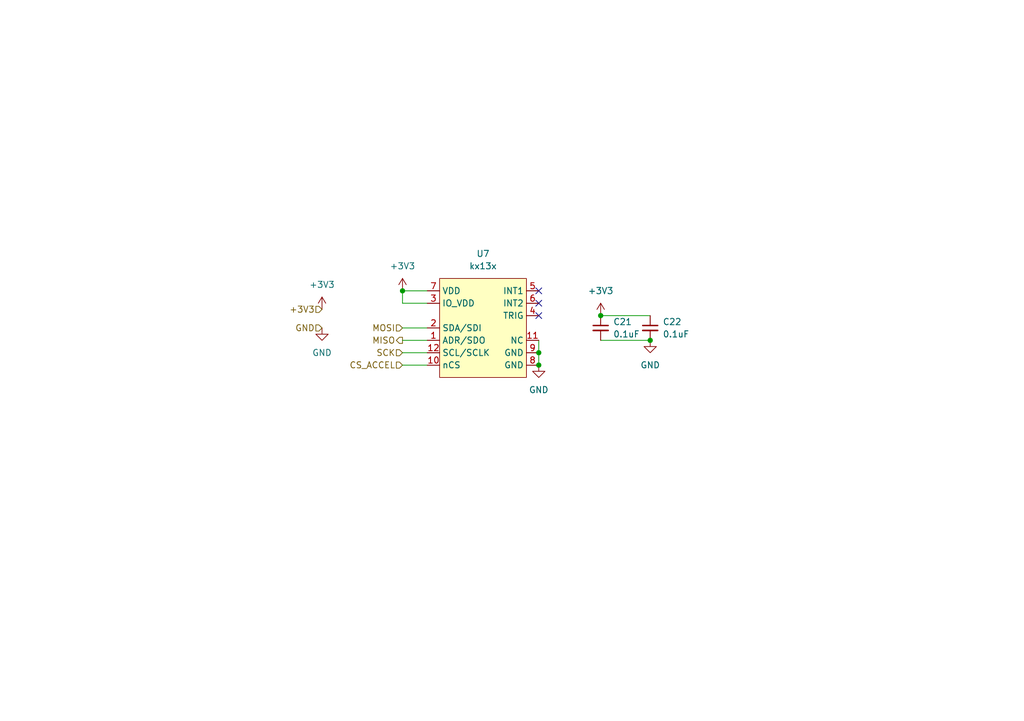
<source format=kicad_sch>
(kicad_sch (version 20250114) (generator "eeschema") (generator_version "9.0")
  (paper "A5")
  (title_block (title "Accelerometer") (company "UCSC Rocket Team") (comment 1 "Jiaying"))
  (lib_symbols
    (symbol "Avionics_Symbols:kx13x"
      (property "Reference" "U" (at -8.128 10.16 0))
      (property "Value" "kx13x_breakout" (at 5.588 10.16 0))
      (symbol "kx13x_0_0"
        (pin power_in line (at -11.43 6.35 0) (length 2.54) (name "VDD") (number "7"))
        (pin bidirectional line (at -11.43 -1.27 0) (length 2.54) (name "SDA/SDI") (number "2"))
        (pin bidirectional line (at -11.43 -3.81 0) (length 2.54) (name "ADR/SDO") (number "1"))
        (pin input line (at -11.43 -6.35 0) (length 2.54) (name "SCL/SCLK") (number "12"))
        (pin input line (at -11.43 -8.89 0) (length 2.54) (name "nCS") (number "10"))
        (pin bidirectional line (at 11.43 6.35 180) (length 2.54) (name "INT1") (number "5"))
        (pin bidirectional line (at 11.43 3.81 180) (length 2.54) (name "INT2") (number "6"))
        (pin input line (at 11.43 1.27 180) (length 2.54) (name "TRIG") (number "4"))
        (pin power_in line (at 11.43 -6.35 180) (length 2.54) (name "GND") (number "9"))
        (pin power_in line (at 11.43 -8.89 180) (length 2.54) (name "GND") (number "8"))
      )
      (symbol "kx13x_0_1"
        (rectangle (start -8.89 8.89) (end 8.89 -11.43) (fill (type background)))
      )
      (symbol "kx13x_1_0"
        (pin power_in line (at -11.43 3.81 0) (length 2.54) (name "IO_VDD") (number "3"))
        (pin unspecified line (at 11.43 -3.81 180) (length 2.54) (name "NC") (number "11"))
      )
    )
    (symbol "Device:C_Small" (pin_numbers (hide yes)) (pin_names (offset 0.254) (hide yes))
      (property "Reference" "C" (at 0.254 1.778 0))
      (property "Value" "C_Small" (at 0.254 -2.032 0))
      (symbol "C_Small_0_1"
        (polyline (pts (xy -1.524 0.508) (xy 1.524 0.508)) (stroke (width 0.3048)))
        (polyline (pts (xy -1.524 -0.508) (xy 1.524 -0.508)) (stroke (width 0.3302)))
      )
      (symbol "C_Small_1_1"
        (pin passive line (at 0 2.54 270) (length 2.032) (name "~") (number "1"))
        (pin passive line (at 0 -2.54 90) (length 2.032) (name "~") (number "2"))
      )
    )
    (symbol "power:+3V3" (power) (pin_numbers (hide yes)) (pin_names (offset 0) (hide yes))
      (property "Value" "+3V3" (at 0 3.556 0))
      (symbol "+3V3_0_1"
        (polyline (pts (xy -0.762 1.27) (xy 0 2.54)))
        (polyline (pts (xy 0 2.54) (xy 0.762 1.27)))
        (polyline (pts (xy 0 0) (xy 0 2.54)))
      )
      (symbol "+3V3_1_1"
        (pin power_in line (at 0 0 90) (length 0) (name "~") (number "1"))
      )
    )
    (symbol "power:GND" (power) (pin_numbers (hide yes)) (pin_names (offset 0) (hide yes))
      (property "Value" "GND" (at 0 -3.81 0))
      (symbol "GND_0_1"
        (polyline (pts (xy 0 0) (xy 0 -1.27) (xy 1.27 -1.27) (xy 0 -2.54) (xy -1.27 -1.27) (xy 0 -1.27)))
      )
      (symbol "GND_1_1"
        (pin power_in line (at 0 0 270) (length 0) (name "~") (number "1"))
      )
    )
  )
  (junction (at 82.55 59.69))
  (junction (at 133.35 69.85))
  (junction (at 110.49 74.93))
  (junction (at 110.49 72.39))
  (junction (at 123.19 64.77))
  (no_connect (at 110.49 59.69))
  (no_connect (at 110.49 64.77))
  (no_connect (at 110.49 62.23))
  (wire (pts (xy 82.55 74.93) (xy 87.63 74.93)))
  (wire (pts (xy 110.49 72.39) (xy 110.49 74.93)))
  (wire (pts (xy 133.35 69.85) (xy 123.19 69.85)))
  (wire (pts (xy 82.55 59.69) (xy 87.63 59.69)))
  (wire (pts (xy 110.49 69.85) (xy 110.49 72.39)))
  (wire (pts (xy 82.55 69.85) (xy 87.63 69.85)))
  (wire (pts (xy 82.55 67.31) (xy 87.63 67.31)))
  (wire (pts (xy 123.19 64.77) (xy 133.35 64.77)))
  (wire (pts (xy 82.55 72.39) (xy 87.63 72.39)))
  (wire (pts (xy 87.63 62.23) (xy 82.55 62.23)))
  (wire (pts (xy 82.55 62.23) (xy 82.55 59.69)))
  (hierarchical_label "MOSI" (shape input) (at 82.55 67.31 180))
  (hierarchical_label "SCK" (shape input) (at 82.55 72.39 180))
  (hierarchical_label "CS_ACCEL" (shape input) (at 82.55 74.93 180))
  (hierarchical_label "MISO" (shape output) (at 82.55 69.85 180))
  (hierarchical_label "GND" (shape input) (at 66.04 67.31 180))
  (hierarchical_label "+3V3" (shape input) (at 66.04 63.5 180))
  (symbol (lib_id "power:GND") (at 133.35 69.85 0) (unit 1)
    (property "Reference" "#PWR079" (effects (hide yes)))
    (property "Value" "GND" (at 133.35 74.93 0))
    (property "Description" "Power symbol creates a global label with name \"GND\" , ground" (effects (hide yes)))
  )
  (symbol (lib_id "power:+3V3") (at 123.19 64.77 0) (unit 1)
    (property "Reference" "#PWR077" (effects (hide yes)))
    (property "Value" "+3V3" (at 123.19 59.69 0))
    (property "Description" "Power symbol creates a global label with name \"+3V3\"" (effects (hide yes)))
  )
  (symbol (lib_id "Device:C_Small") (at 123.19 67.31 0) (unit 1)
    (property "Reference" "C21" (at 125.73 66.0462 0) (effects (justify left)))
    (property "Value" "0.1uF" (at 125.73 68.5862 0) (effects (justify left)))
    (property "Description" "Unpolarized capacitor, small symbol" (effects (hide yes)))
  )
  (symbol (lib_id "power:+3V3") (at 82.55 59.69 0) (unit 1)
    (property "Reference" "#PWR075" (effects (hide yes)))
    (property "Value" "+3V3" (at 82.55 54.61 0))
    (property "Description" "Power symbol creates a global label with name \"+3V3\"" (effects (hide yes)))
  )
  (symbol (lib_id "Device:C_Small") (at 133.35 67.31 0) (unit 1)
    (property "Reference" "C22" (at 135.89 66.0462 0) (effects (justify left)))
    (property "Value" "0.1uF" (at 135.89 68.5862 0) (effects (justify left)))
    (property "Description" "Unpolarized capacitor, small symbol" (effects (hide yes)))
  )
  (symbol (lib_id "power:GND") (at 66.04 67.31 0) (unit 1)
    (property "Reference" "#PWR078" (effects (hide yes)))
    (property "Value" "GND" (at 66.04 72.39 0))
    (property "Description" "Power symbol creates a global label with name \"GND\" , ground" (effects (hide yes)))
  )
  (symbol (lib_id "power:+3V3") (at 66.04 63.5 0) (unit 1)
    (property "Reference" "#PWR076" (effects (hide yes)))
    (property "Value" "+3V3" (at 66.04 58.42 0))
    (property "Description" "Power symbol creates a global label with name \"+3V3\"" (effects (hide yes)))
  )
  (symbol (lib_id "Avionics_Symbols:kx13x") (at 99.06 66.04 0) (unit 1)
    (property "Reference" "U7" (at 99.06 52.07 0))
    (property "Value" "kx13x" (at 99.06 54.61 0))
  )
  (symbol (lib_id "power:GND") (at 110.49 74.93 0) (unit 1)
    (property "Reference" "#PWR080" (effects (hide yes)))
    (property "Value" "GND" (at 110.49 80.01 0))
    (property "Description" "Power symbol creates a global label with name \"GND\" , ground" (effects (hide yes)))
  )
)
</source>
